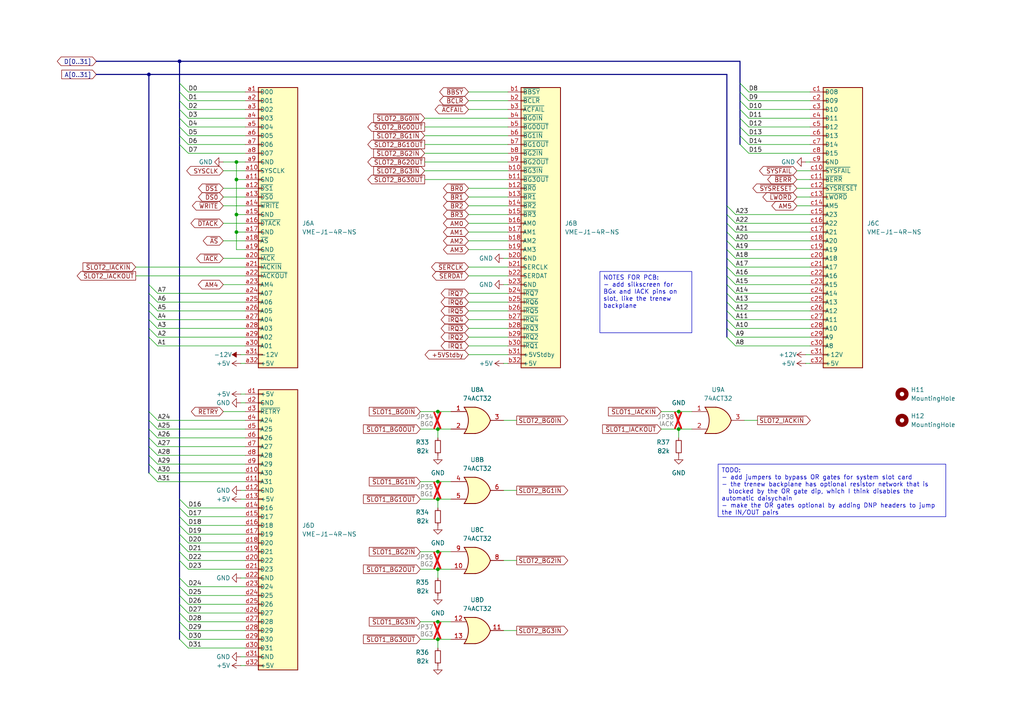
<source format=kicad_sch>
(kicad_sch (version 20231120) (generator "eeschema") (generator_version "8.0")
  (paper "A4")
  (title_block (title "6-Slot Backplane") (rev "1"))
  (lib_symbols
    (symbol "74xx:74LS32" (pin_names (offset 1.016))
      (property "Reference" "U" (at 0 1.27 0))
      (property "Value" "74LS32" (at 0 -1.27 0))
      (symbol "74LS32_1_1"
        (pin input line (at -7.62 2.54 0) (length 4.318) (name "~") (number "1"))
        (pin input line (at -7.62 -2.54 0) (length 4.318) (name "~") (number "2"))
        (pin output line (at 7.62 0 180) (length 3.81) (name "~") (number "3"))
      )
      (symbol "74LS32_1_2"
        (pin input inverted (at -7.62 2.54 0) (length 3.81) (name "~") (number "1"))
        (pin input inverted (at -7.62 -2.54 0) (length 3.81) (name "~") (number "2"))
        (pin output inverted (at 7.62 0 180) (length 3.81) (name "~") (number "3"))
      )
      (symbol "74LS32_2_1"
        (pin input line (at -7.62 2.54 0) (length 4.318) (name "~") (number "4"))
        (pin input line (at -7.62 -2.54 0) (length 4.318) (name "~") (number "5"))
        (pin output line (at 7.62 0 180) (length 3.81) (name "~") (number "6"))
      )
      (symbol "74LS32_2_2"
        (pin input inverted (at -7.62 2.54 0) (length 3.81) (name "~") (number "4"))
        (pin input inverted (at -7.62 -2.54 0) (length 3.81) (name "~") (number "5"))
        (pin output inverted (at 7.62 0 180) (length 3.81) (name "~") (number "6"))
      )
      (symbol "74LS32_3_1"
        (pin input line (at -7.62 -2.54 0) (length 4.318) (name "~") (number "10"))
        (pin output line (at 7.62 0 180) (length 3.81) (name "~") (number "8"))
        (pin input line (at -7.62 2.54 0) (length 4.318) (name "~") (number "9"))
      )
      (symbol "74LS32_3_2"
        (pin input inverted (at -7.62 -2.54 0) (length 3.81) (name "~") (number "10"))
        (pin output inverted (at 7.62 0 180) (length 3.81) (name "~") (number "8"))
        (pin input inverted (at -7.62 2.54 0) (length 3.81) (name "~") (number "9"))
      )
      (symbol "74LS32_4_1"
        (pin output line (at 7.62 0 180) (length 3.81) (name "~") (number "11"))
        (pin input line (at -7.62 2.54 0) (length 4.318) (name "~") (number "12"))
        (pin input line (at -7.62 -2.54 0) (length 4.318) (name "~") (number "13"))
      )
      (symbol "74LS32_4_2"
        (pin output inverted (at 7.62 0 180) (length 3.81) (name "~") (number "11"))
        (pin input inverted (at -7.62 2.54 0) (length 3.81) (name "~") (number "12"))
        (pin input inverted (at -7.62 -2.54 0) (length 3.81) (name "~") (number "13"))
      )
      (symbol "74LS32_5_0"
        (pin power_in line (at 0 12.7 270) (length 5.08) (name "VCC") (number "14"))
        (pin power_in line (at 0 -12.7 90) (length 5.08) (name "GND") (number "7"))
      )
    )
    (symbol "Computie_Connectors:VME64-J1-4R-NS"
      (property "Reference" "U" (at 0 40.64 0))
      (property "Value" "VME-J1-4R-NS" (at 0 40.64 0))
      (symbol "VME64-J1-4R-NS_1_1"
        (pin bidirectional line (at -5.08 38.1 0) (length 3.81) (name "D00") (number "a1"))
        (pin input line (at -5.08 15.24 0) (length 3.81) (name "SYSCLK") (number "a10"))
        (pin power_in line (at -5.08 12.7 0) (length 3.81) (name "GND") (number "a11"))
        (pin bidirectional line (at -5.08 10.16 0) (length 3.81) (name "~{DS1}") (number "a12"))
        (pin bidirectional line (at -5.08 7.62 0) (length 3.81) (name "~{DS0}") (number "a13"))
        (pin bidirectional line (at -5.08 5.08 0) (length 3.81) (name "~{WRITE}") (number "a14"))
        (pin power_in line (at -5.08 2.54 0) (length 3.81) (name "GND") (number "a15"))
        (pin bidirectional line (at -5.08 0 0) (length 3.81) (name "~{DTACK}") (number "a16"))
        (pin power_in line (at -5.08 -2.54 0) (length 3.81) (name "GND") (number "a17"))
        (pin bidirectional line (at -5.08 -5.08 0) (length 3.81) (name "~{AS}") (number "a18"))
        (pin power_in line (at -5.08 -7.62 0) (length 3.81) (name "GND") (number "a19"))
        (pin bidirectional line (at -5.08 35.56 0) (length 3.81) (name "D01") (number "a2"))
        (pin bidirectional line (at -5.08 -10.16 0) (length 3.81) (name "~{IACK}") (number "a20"))
        (pin output line (at -5.08 -12.7 0) (length 3.81) (name "~{IACKIN}") (number "a21"))
        (pin input line (at -5.08 -15.24 0) (length 3.81) (name "~{IACKOUT}") (number "a22"))
        (pin bidirectional line (at -5.08 -17.78 0) (length 3.81) (name "AM4") (number "a23"))
        (pin bidirectional line (at -5.08 -20.32 0) (length 3.81) (name "A07") (number "a24"))
        (pin bidirectional line (at -5.08 -22.86 0) (length 3.81) (name "A06") (number "a25"))
        (pin bidirectional line (at -5.08 -25.4 0) (length 3.81) (name "A05") (number "a26"))
        (pin bidirectional line (at -5.08 -27.94 0) (length 3.81) (name "A04") (number "a27"))
        (pin bidirectional line (at -5.08 -30.48 0) (length 3.81) (name "A03") (number "a28"))
        (pin bidirectional line (at -5.08 -33.02 0) (length 3.81) (name "A02") (number "a29"))
        (pin bidirectional line (at -5.08 33.02 0) (length 3.81) (name "D02") (number "a3"))
        (pin bidirectional line (at -5.08 -35.56 0) (length 3.81) (name "A01") (number "a30"))
        (pin power_in line (at -5.08 -38.1 0) (length 3.81) (name "-12V") (number "a31"))
        (pin power_in line (at -5.08 -40.64 0) (length 3.81) (name "+5V") (number "a32"))
        (pin bidirectional line (at -5.08 30.48 0) (length 3.81) (name "D03") (number "a4"))
        (pin bidirectional line (at -5.08 27.94 0) (length 3.81) (name "D04") (number "a5"))
        (pin bidirectional line (at -5.08 25.4 0) (length 3.81) (name "D05") (number "a6"))
        (pin bidirectional line (at -5.08 22.86 0) (length 3.81) (name "D06") (number "a7"))
        (pin bidirectional line (at -5.08 20.32 0) (length 3.81) (name "D07") (number "a8"))
        (pin power_in line (at -5.08 17.78 0) (length 3.81) (name "GND") (number "a9"))
      )
      (symbol "VME64-J1-4R-NS_2_1"
        (pin bidirectional line (at -5.08 38.1 0) (length 3.81) (name "~{BBSY}") (number "b1"))
        (pin output line (at -5.08 15.24 0) (length 3.81) (name "~{BG3IN}") (number "b10"))
        (pin input line (at -5.08 12.7 0) (length 3.81) (name "~{BG3OUT}") (number "b11"))
        (pin bidirectional line (at -5.08 10.16 0) (length 3.81) (name "~{BR0}") (number "b12"))
        (pin bidirectional line (at -5.08 7.62 0) (length 3.81) (name "~{BR1}") (number "b13"))
        (pin bidirectional line (at -5.08 5.08 0) (length 3.81) (name "~{BR2}") (number "b14"))
        (pin bidirectional line (at -5.08 2.54 0) (length 3.81) (name "~{BR3}") (number "b15"))
        (pin bidirectional line (at -5.08 0 0) (length 3.81) (name "AM0") (number "b16"))
        (pin bidirectional line (at -5.08 -2.54 0) (length 3.81) (name "AM1") (number "b17"))
        (pin bidirectional line (at -5.08 -5.08 0) (length 3.81) (name "AM2") (number "b18"))
        (pin bidirectional line (at -5.08 -7.62 0) (length 3.81) (name "AM3") (number "b19"))
        (pin bidirectional line (at -5.08 35.56 0) (length 3.81) (name "~{BCLR}") (number "b2"))
        (pin power_in line (at -5.08 -10.16 0) (length 3.81) (name "GND") (number "b20"))
        (pin bidirectional line (at -5.08 -12.7 0) (length 3.81) (name "SERCLK") (number "b21"))
        (pin bidirectional line (at -5.08 -15.24 0) (length 3.81) (name "SERDAT") (number "b22"))
        (pin power_in line (at -5.08 -17.78 0) (length 3.81) (name "GND") (number "b23"))
        (pin bidirectional line (at -5.08 -20.32 0) (length 3.81) (name "~{IRQ7}") (number "b24"))
        (pin bidirectional line (at -5.08 -22.86 0) (length 3.81) (name "~{IRQ6}") (number "b25"))
        (pin bidirectional line (at -5.08 -25.4 0) (length 3.81) (name "~{IRQ5}") (number "b26"))
        (pin bidirectional line (at -5.08 -27.94 0) (length 3.81) (name "~{IRQ4}") (number "b27"))
        (pin bidirectional line (at -5.08 -30.48 0) (length 3.81) (name "~{IRQ3}") (number "b28"))
        (pin bidirectional line (at -5.08 -33.02 0) (length 3.81) (name "~{IRQ2}") (number "b29"))
        (pin input line (at -5.08 33.02 0) (length 3.81) (name "~{ACFAIL}") (number "b3"))
        (pin bidirectional line (at -5.08 -35.56 0) (length 3.81) (name "~{IRQ1}") (number "b30"))
        (pin power_in line (at -5.08 -38.1 0) (length 3.81) (name "+5VStdby") (number "b31"))
        (pin power_in line (at -5.08 -40.64 0) (length 3.81) (name "+5V") (number "b32"))
        (pin output line (at -5.08 30.48 0) (length 3.81) (name "~{BG0IN}") (number "b4"))
        (pin input line (at -5.08 27.94 0) (length 3.81) (name "~{BG0OUT}") (number "b5"))
        (pin output line (at -5.08 25.4 0) (length 3.81) (name "~{BG1IN}") (number "b6"))
        (pin input line (at -5.08 22.86 0) (length 3.81) (name "~{BG1OUT}") (number "b7"))
        (pin output line (at -5.08 20.32 0) (length 3.81) (name "~{BG2IN}") (number "b8"))
        (pin input line (at -5.08 17.78 0) (length 3.81) (name "~{BG2OUT}") (number "b9"))
      )
      (symbol "VME64-J1-4R-NS_3_1"
        (pin bidirectional line (at -5.08 38.1 0) (length 3.81) (name "D08") (number "c1"))
        (pin bidirectional line (at -5.08 15.24 0) (length 3.81) (name "~{SYSFAIL}") (number "c10"))
        (pin bidirectional line (at -5.08 12.7 0) (length 3.81) (name "~{BERR}") (number "c11"))
        (pin bidirectional line (at -5.08 10.16 0) (length 3.81) (name "~{SYSRESET}") (number "c12"))
        (pin bidirectional line (at -5.08 7.62 0) (length 3.81) (name "~{LWORD}") (number "c13"))
        (pin bidirectional line (at -5.08 5.08 0) (length 3.81) (name "AM5") (number "c14"))
        (pin bidirectional line (at -5.08 2.54 0) (length 3.81) (name "A23") (number "c15"))
        (pin bidirectional line (at -5.08 0 0) (length 3.81) (name "A22") (number "c16"))
        (pin bidirectional line (at -5.08 -2.54 0) (length 3.81) (name "A21") (number "c17"))
        (pin bidirectional line (at -5.08 -5.08 0) (length 3.81) (name "A20") (number "c18"))
        (pin bidirectional line (at -5.08 -7.62 0) (length 3.81) (name "A19") (number "c19"))
        (pin bidirectional line (at -5.08 35.56 0) (length 3.81) (name "D09") (number "c2"))
        (pin bidirectional line (at -5.08 -10.16 0) (length 3.81) (name "A18") (number "c20"))
        (pin bidirectional line (at -5.08 -12.7 0) (length 3.81) (name "A17") (number "c21"))
        (pin bidirectional line (at -5.08 -15.24 0) (length 3.81) (name "A16") (number "c22"))
        (pin bidirectional line (at -5.08 -17.78 0) (length 3.81) (name "A15") (number "c23"))
        (pin bidirectional line (at -5.08 -20.32 0) (length 3.81) (name "A14") (number "c24"))
        (pin bidirectional line (at -5.08 -22.86 0) (length 3.81) (name "A13") (number "c25"))
        (pin bidirectional line (at -5.08 -25.4 0) (length 3.81) (name "A12") (number "c26"))
        (pin bidirectional line (at -5.08 -27.94 0) (length 3.81) (name "A11") (number "c27"))
        (pin bidirectional line (at -5.08 -30.48 0) (length 3.81) (name "A10") (number "c28"))
        (pin bidirectional line (at -5.08 -33.02 0) (length 3.81) (name "A9") (number "c29"))
        (pin bidirectional line (at -5.08 33.02 0) (length 3.81) (name "D10") (number "c3"))
        (pin bidirectional line (at -5.08 -35.56 0) (length 3.81) (name "A8") (number "c30"))
        (pin power_in line (at -5.08 -38.1 0) (length 3.81) (name "+12V") (number "c31"))
        (pin power_in line (at -5.08 -40.64 0) (length 3.81) (name "+5V") (number "c32"))
        (pin bidirectional line (at -5.08 30.48 0) (length 3.81) (name "D11") (number "c4"))
        (pin bidirectional line (at -5.08 27.94 0) (length 3.81) (name "D12") (number "c5"))
        (pin bidirectional line (at -5.08 25.4 0) (length 3.81) (name "D13") (number "c6"))
        (pin bidirectional line (at -5.08 22.86 0) (length 3.81) (name "D14") (number "c7"))
        (pin bidirectional line (at -5.08 20.32 0) (length 3.81) (name "D15") (number "c8"))
        (pin power_in line (at -5.08 17.78 0) (length 3.81) (name "GND") (number "c9"))
      )
      (symbol "VME64-J1-4R-NS_4_1"
        (pin power_in line (at -5.08 38.1 0) (length 3.81) (name "+5V") (number "d1"))
        (pin bidirectional line (at -5.08 15.24 0) (length 3.81) (name "A30") (number "d10"))
        (pin bidirectional line (at -5.08 12.7 0) (length 3.81) (name "A31") (number "d11"))
        (pin power_in line (at -5.08 10.16 0) (length 3.81) (name "GND") (number "d12"))
        (pin power_in line (at -5.08 7.62 0) (length 3.81) (name "+5V") (number "d13"))
        (pin bidirectional line (at -5.08 5.08 0) (length 3.81) (name "D16") (number "d14"))
        (pin bidirectional line (at -5.08 2.54 0) (length 3.81) (name "D17") (number "d15"))
        (pin bidirectional line (at -5.08 0 0) (length 3.81) (name "D18") (number "d16"))
        (pin bidirectional line (at -5.08 -2.54 0) (length 3.81) (name "D19") (number "d17"))
        (pin bidirectional line (at -5.08 -5.08 0) (length 3.81) (name "D20") (number "d18"))
        (pin bidirectional line (at -5.08 -7.62 0) (length 3.81) (name "D21") (number "d19"))
        (pin power_in line (at -5.08 35.56 0) (length 3.81) (name "GND") (number "d2"))
        (pin bidirectional line (at -5.08 -10.16 0) (length 3.81) (name "D22") (number "d20"))
        (pin bidirectional line (at -5.08 -12.7 0) (length 3.81) (name "D23") (number "d21"))
        (pin power_in line (at -5.08 -15.24 0) (length 3.81) (name "GND") (number "d22"))
        (pin bidirectional line (at -5.08 -17.78 0) (length 3.81) (name "D24") (number "d23"))
        (pin bidirectional line (at -5.08 -20.32 0) (length 3.81) (name "D25") (number "d24"))
        (pin bidirectional line (at -5.08 -22.86 0) (length 3.81) (name "D26") (number "d25"))
        (pin bidirectional line (at -5.08 -25.4 0) (length 3.81) (name "D27") (number "d26"))
        (pin bidirectional line (at -5.08 -27.94 0) (length 3.81) (name "D28") (number "d27"))
        (pin bidirectional line (at -5.08 -30.48 0) (length 3.81) (name "D29") (number "d28"))
        (pin bidirectional line (at -5.08 -33.02 0) (length 3.81) (name "D30") (number "d29"))
        (pin bidirectional line (at -5.08 33.02 0) (length 3.81) (name "~{RETRY}") (number "d3"))
        (pin bidirectional line (at -5.08 -35.56 0) (length 3.81) (name "D31") (number "d30"))
        (pin power_in line (at -5.08 -38.1 0) (length 3.81) (name "GND") (number "d31"))
        (pin power_in line (at -5.08 -40.64 0) (length 3.81) (name "+5V") (number "d32"))
        (pin bidirectional line (at -5.08 30.48 0) (length 3.81) (name "A24") (number "d4"))
        (pin bidirectional line (at -5.08 27.94 0) (length 3.81) (name "A25") (number "d5"))
        (pin bidirectional line (at -5.08 25.4 0) (length 3.81) (name "A26") (number "d6"))
        (pin bidirectional line (at -5.08 22.86 0) (length 3.81) (name "A27") (number "d7"))
        (pin bidirectional line (at -5.08 20.32 0) (length 3.81) (name "A28") (number "d8"))
        (pin bidirectional line (at -5.08 17.78 0) (length 3.81) (name "A29") (number "d9"))
      )
    )
    (symbol "Device:R_Small" (pin_numbers hide) (pin_names (offset 0.254) hide)
      (property "Reference" "R" (at 0.762 0.508 0))
      (property "Value" "R_Small" (at 0.762 -1.016 0))
      (symbol "R_Small_1_1"
        (pin passive line (at 0 2.54 270) (length 0.762) (name "~") (number "1"))
        (pin passive line (at 0 -2.54 90) (length 0.762) (name "~") (number "2"))
      )
    )
    (symbol "Jumper:Jumper_2_Small_Bridged" (pin_numbers hide) (pin_names (offset 0) hide) (exclude_from_sim yes)
      (property "Reference" "JP" (at 0 2.032 0))
      (property "Value" "Jumper_2_Small_Bridged" (at 0 -2.286 0))
      (symbol "Jumper_2_Small_Bridged_1_1"
        (pin passive line (at -2.54 0 0) (length 1.27) (name "A") (number "1"))
        (pin passive line (at 2.54 0 180) (length 1.27) (name "B") (number "2"))
      )
    )
    (symbol "Mechanical:MountingHole" (pin_names (offset 1.016))
      (property "Reference" "H" (at 0 5.08 0))
      (property "Value" "MountingHole" (at 0 3.175 0))
    )
    (symbol "power:+12V" (power) (pin_numbers hide) (pin_names (offset 0) hide)
      (property "Value" "+12V" (at 0 3.556 0))
      (symbol "+12V_1_1"
        (pin power_in line (at 0 0 90) (length 0) (name "~") (number "1"))
      )
    )
    (symbol "power:+5V" (power) (pin_numbers hide) (pin_names (offset 0) hide)
      (property "Value" "+5V" (at 0 3.556 0))
      (symbol "+5V_1_1"
        (pin power_in line (at 0 0 90) (length 0) (name "~") (number "1"))
      )
    )
    (symbol "power:-12V" (power) (pin_numbers hide) (pin_names (offset 0) hide)
      (property "Value" "-12V" (at 0 3.556 0))
      (symbol "-12V_0_0"
        (pin power_in line (at 0 0 90) (length 0) (name "~") (number "1"))
      )
    )
    (symbol "power:GND" (power) (pin_names (offset 0))
      (property "Value" "GND" (at 0 -3.81 0))
      (symbol "GND_1_1"
        (pin power_in line (at 0 0 270) (length 0) hide (name "GND") (number "1"))
      )
    )
  )
  (junction (at 127 124.46))
  (junction (at 68.58 62.23))
  (junction (at 196.85 119.38))
  (junction (at 127 139.7))
  (junction (at 127 119.38))
  (junction (at 43.18 21.59))
  (junction (at 68.58 46.99))
  (junction (at 127 180.34))
  (junction (at 127 144.78))
  (junction (at 68.58 52.07))
  (junction (at 127 185.42))
  (junction (at 68.58 67.31))
  (junction (at 196.85 124.46))
  (junction (at 127 165.1))
  (junction (at 127 160.02))
  (junction (at 52.07 17.78))
  (bus_entry (at 54.61 185.42) (size -2.54 -2.54))
  (bus_entry (at 54.61 36.83) (size -2.54 -2.54))
  (bus_entry (at 54.61 187.96) (size -2.54 -2.54))
  (bus_entry (at 213.36 95.25) (size -2.54 -2.54))
  (bus_entry (at 54.61 157.48) (size -2.54 -2.54))
  (bus_entry (at 54.61 149.86) (size -2.54 -2.54))
  (bus_entry (at 45.72 139.7) (size -2.54 -2.54))
  (bus_entry (at 45.72 132.08) (size -2.54 -2.54))
  (bus_entry (at 213.36 90.17) (size -2.54 -2.54))
  (bus_entry (at 213.36 72.39) (size -2.54 -2.54))
  (bus_entry (at 213.36 92.71) (size -2.54 -2.54))
  (bus_entry (at 45.72 137.16) (size -2.54 -2.54))
  (bus_entry (at 45.72 100.33) (size -2.54 -2.54))
  (bus_entry (at 217.17 29.21) (size -2.54 -2.54))
  (bus_entry (at 54.61 180.34) (size -2.54 -2.54))
  (bus_entry (at 54.61 147.32) (size -2.54 -2.54))
  (bus_entry (at 45.72 85.09) (size -2.54 -2.54))
  (bus_entry (at 213.36 69.85) (size -2.54 -2.54))
  (bus_entry (at 213.36 80.01) (size -2.54 -2.54))
  (bus_entry (at 213.36 74.93) (size -2.54 -2.54))
  (bus_entry (at 54.61 172.72) (size -2.54 -2.54))
  (bus_entry (at 54.61 26.67) (size -2.54 -2.54))
  (bus_entry (at 213.36 62.23) (size -2.54 -2.54))
  (bus_entry (at 54.61 41.91) (size -2.54 -2.54))
  (bus_entry (at 45.72 87.63) (size -2.54 -2.54))
  (bus_entry (at 54.61 39.37) (size -2.54 -2.54))
  (bus_entry (at 217.17 39.37) (size -2.54 -2.54))
  (bus_entry (at 45.72 97.79) (size -2.54 -2.54))
  (bus_entry (at 217.17 44.45) (size -2.54 -2.54))
  (bus_entry (at 45.72 134.62) (size -2.54 -2.54))
  (bus_entry (at 54.61 31.75) (size -2.54 -2.54))
  (bus_entry (at 213.36 82.55) (size -2.54 -2.54))
  (bus_entry (at 45.72 95.25) (size -2.54 -2.54))
  (bus_entry (at 45.72 92.71) (size -2.54 -2.54))
  (bus_entry (at 213.36 100.33) (size -2.54 -2.54))
  (bus_entry (at 217.17 31.75) (size -2.54 -2.54))
  (bus_entry (at 54.61 160.02) (size -2.54 -2.54))
  (bus_entry (at 54.61 165.1) (size -2.54 -2.54))
  (bus_entry (at 54.61 44.45) (size -2.54 -2.54))
  (bus_entry (at 54.61 154.94) (size -2.54 -2.54))
  (bus_entry (at 54.61 182.88) (size -2.54 -2.54))
  (bus_entry (at 54.61 175.26) (size -2.54 -2.54))
  (bus_entry (at 213.36 87.63) (size -2.54 -2.54))
  (bus_entry (at 217.17 36.83) (size -2.54 -2.54))
  (bus_entry (at 213.36 67.31) (size -2.54 -2.54))
  (bus_entry (at 54.61 177.8) (size -2.54 -2.54))
  (bus_entry (at 213.36 77.47) (size -2.54 -2.54))
  (bus_entry (at 54.61 34.29) (size -2.54 -2.54))
  (bus_entry (at 217.17 26.67) (size -2.54 -2.54))
  (bus_entry (at 45.72 127) (size -2.54 -2.54))
  (bus_entry (at 217.17 34.29) (size -2.54 -2.54))
  (bus_entry (at 45.72 129.54) (size -2.54 -2.54))
  (bus_entry (at 54.61 152.4) (size -2.54 -2.54))
  (bus_entry (at 217.17 41.91) (size -2.54 -2.54))
  (bus_entry (at 54.61 170.18) (size -2.54 -2.54))
  (bus_entry (at 54.61 29.21) (size -2.54 -2.54))
  (bus_entry (at 213.36 64.77) (size -2.54 -2.54))
  (bus_entry (at 213.36 85.09) (size -2.54 -2.54))
  (bus_entry (at 54.61 162.56) (size -2.54 -2.54))
  (bus_entry (at 45.72 90.17) (size -2.54 -2.54))
  (bus_entry (at 45.72 124.46) (size -2.54 -2.54))
  (bus_entry (at 213.36 97.79) (size -2.54 -2.54))
  (bus_entry (at 45.72 121.92) (size -2.54 -2.54))
  (wire (pts (xy 64.77 54.61) (xy 71.12 54.61)))
  (wire (pts (xy 123.19 34.29) (xy 147.32 34.29)))
  (bus (pts (xy 210.82 82.55) (xy 210.82 85.09)))
  (bus (pts (xy 43.18 92.71) (xy 43.18 90.17)))
  (bus (pts (xy 52.07 34.29) (xy 52.07 36.83)))
  (wire (pts (xy 127 185.42) (xy 127 187.96)))
  (wire (pts (xy 217.17 26.67) (xy 234.95 26.67)))
  (wire (pts (xy 231.14 54.61) (xy 234.95 54.61)))
  (wire (pts (xy 54.61 160.02) (xy 71.12 160.02)))
  (bus (pts (xy 210.82 59.69) (xy 210.82 62.23)))
  (wire (pts (xy 213.36 69.85) (xy 234.95 69.85)))
  (bus (pts (xy 52.07 175.26) (xy 52.07 177.8)))
  (wire (pts (xy 213.36 87.63) (xy 234.95 87.63)))
  (wire (pts (xy 135.89 69.85) (xy 147.32 69.85)))
  (bus (pts (xy 52.07 172.72) (xy 52.07 175.26)))
  (bus (pts (xy 210.82 64.77) (xy 210.82 67.31)))
  (wire (pts (xy 71.12 67.31) (xy 68.58 67.31)))
  (bus (pts (xy 214.63 34.29) (xy 214.63 36.83)))
  (wire (pts (xy 121.92 180.34) (xy 127 180.34)))
  (wire (pts (xy 45.72 139.7) (xy 71.12 139.7)))
  (bus (pts (xy 52.07 31.75) (xy 52.07 34.29)))
  (wire (pts (xy 54.61 187.96) (xy 71.12 187.96)))
  (wire (pts (xy 64.77 119.38) (xy 71.12 119.38)))
  (wire (pts (xy 213.36 77.47) (xy 234.95 77.47)))
  (bus (pts (xy 52.07 149.86) (xy 52.07 152.4)))
  (wire (pts (xy 69.85 102.87) (xy 71.12 102.87)))
  (wire (pts (xy 54.61 39.37) (xy 71.12 39.37)))
  (wire (pts (xy 123.19 46.99) (xy 147.32 46.99)))
  (wire (pts (xy 127 139.7) (xy 130.81 139.7)))
  (wire (pts (xy 64.77 69.85) (xy 71.12 69.85)))
  (wire (pts (xy 146.05 162.56) (xy 149.86 162.56)))
  (wire (pts (xy 135.89 90.17) (xy 147.32 90.17)))
  (wire (pts (xy 54.61 182.88) (xy 71.12 182.88)))
  (wire (pts (xy 64.77 57.15) (xy 71.12 57.15)))
  (wire (pts (xy 45.72 124.46) (xy 71.12 124.46)))
  (bus (pts (xy 210.82 95.25) (xy 210.82 97.79)))
  (wire (pts (xy 69.85 193.04) (xy 71.12 193.04)))
  (wire (pts (xy 45.72 137.16) (xy 71.12 137.16)))
  (wire (pts (xy 146.05 82.55) (xy 147.32 82.55)))
  (wire (pts (xy 45.72 129.54) (xy 71.12 129.54)))
  (wire (pts (xy 135.89 31.75) (xy 147.32 31.75)))
  (bus (pts (xy 214.63 39.37) (xy 214.63 41.91)))
  (wire (pts (xy 135.89 26.67) (xy 147.32 26.67)))
  (wire (pts (xy 217.17 34.29) (xy 234.95 34.29)))
  (bus (pts (xy 214.63 29.21) (xy 214.63 31.75)))
  (wire (pts (xy 213.36 100.33) (xy 234.95 100.33)))
  (wire (pts (xy 231.14 52.07) (xy 234.95 52.07)))
  (bus (pts (xy 43.18 85.09) (xy 43.18 87.63)))
  (bus (pts (xy 214.63 17.78) (xy 214.63 24.13)))
  (wire (pts (xy 45.72 97.79) (xy 71.12 97.79)))
  (bus (pts (xy 52.07 170.18) (xy 52.07 172.72)))
  (bus (pts (xy 52.07 36.83) (xy 52.07 39.37)))
  (wire (pts (xy 64.77 82.55) (xy 71.12 82.55)))
  (wire (pts (xy 127 144.78) (xy 127 147.32)))
  (wire (pts (xy 71.12 190.5) (xy 69.85 190.5)))
  (wire (pts (xy 127 180.34) (xy 130.81 180.34)))
  (bus (pts (xy 43.18 95.25) (xy 43.18 92.71)))
  (wire (pts (xy 231.14 49.53) (xy 234.95 49.53)))
  (bus (pts (xy 52.07 147.32) (xy 52.07 149.86)))
  (wire (pts (xy 39.37 77.47) (xy 71.12 77.47)))
  (bus (pts (xy 52.07 39.37) (xy 52.07 41.91)))
  (wire (pts (xy 215.9 121.92) (xy 219.71 121.92)))
  (bus (pts (xy 210.82 21.59) (xy 210.82 59.69)))
  (wire (pts (xy 45.72 95.25) (xy 71.12 95.25)))
  (wire (pts (xy 71.12 116.84) (xy 69.85 116.84)))
  (wire (pts (xy 69.85 114.3) (xy 71.12 114.3)))
  (bus (pts (xy 210.82 62.23) (xy 210.82 64.77)))
  (wire (pts (xy 217.17 39.37) (xy 234.95 39.37)))
  (bus (pts (xy 214.63 24.13) (xy 214.63 26.67)))
  (bus (pts (xy 214.63 31.75) (xy 214.63 34.29)))
  (wire (pts (xy 68.58 46.99) (xy 68.58 52.07)))
  (wire (pts (xy 69.85 142.24) (xy 71.12 142.24)))
  (bus (pts (xy 52.07 180.34) (xy 52.07 182.88)))
  (bus (pts (xy 52.07 177.8) (xy 52.07 180.34)))
  (wire (pts (xy 233.68 105.41) (xy 234.95 105.41)))
  (bus (pts (xy 52.07 182.88) (xy 52.07 185.42)))
  (wire (pts (xy 146.05 182.88) (xy 149.86 182.88)))
  (wire (pts (xy 135.89 97.79) (xy 147.32 97.79)))
  (wire (pts (xy 68.58 52.07) (xy 68.58 62.23)))
  (wire (pts (xy 135.89 57.15) (xy 147.32 57.15)))
  (wire (pts (xy 135.89 54.61) (xy 147.32 54.61)))
  (wire (pts (xy 69.85 167.64) (xy 71.12 167.64)))
  (wire (pts (xy 213.36 74.93) (xy 234.95 74.93)))
  (wire (pts (xy 54.61 147.32) (xy 71.12 147.32)))
  (wire (pts (xy 121.92 160.02) (xy 127 160.02)))
  (wire (pts (xy 54.61 31.75) (xy 71.12 31.75)))
  (bus (pts (xy 43.18 134.62) (xy 43.18 137.16)))
  (wire (pts (xy 54.61 44.45) (xy 71.12 44.45)))
  (wire (pts (xy 71.12 52.07) (xy 68.58 52.07)))
  (wire (pts (xy 54.61 172.72) (xy 71.12 172.72)))
  (wire (pts (xy 135.89 102.87) (xy 147.32 102.87)))
  (wire (pts (xy 135.89 95.25) (xy 147.32 95.25)))
  (wire (pts (xy 121.92 165.1) (xy 127 165.1)))
  (wire (pts (xy 217.17 29.21) (xy 234.95 29.21)))
  (bus (pts (xy 52.07 144.78) (xy 52.07 147.32)))
  (wire (pts (xy 217.17 31.75) (xy 234.95 31.75)))
  (bus (pts (xy 52.07 162.56) (xy 52.07 167.64)))
  (bus (pts (xy 27.94 21.59) (xy 43.18 21.59)))
  (wire (pts (xy 45.72 132.08) (xy 71.12 132.08)))
  (bus (pts (xy 210.82 67.31) (xy 210.82 69.85)))
  (wire (pts (xy 45.72 87.63) (xy 71.12 87.63)))
  (wire (pts (xy 213.36 72.39) (xy 234.95 72.39)))
  (wire (pts (xy 127 124.46) (xy 130.81 124.46)))
  (wire (pts (xy 64.77 59.69) (xy 71.12 59.69)))
  (bus (pts (xy 210.82 92.71) (xy 210.82 95.25)))
  (wire (pts (xy 123.19 39.37) (xy 147.32 39.37)))
  (wire (pts (xy 127 160.02) (xy 130.81 160.02)))
  (wire (pts (xy 123.19 41.91) (xy 147.32 41.91)))
  (wire (pts (xy 146.05 105.41) (xy 147.32 105.41)))
  (wire (pts (xy 45.72 121.92) (xy 71.12 121.92)))
  (wire (pts (xy 45.72 100.33) (xy 71.12 100.33)))
  (wire (pts (xy 213.36 85.09) (xy 234.95 85.09)))
  (bus (pts (xy 43.18 82.55) (xy 43.18 85.09)))
  (wire (pts (xy 45.72 85.09) (xy 71.12 85.09)))
  (wire (pts (xy 191.77 124.46) (xy 196.85 124.46)))
  (wire (pts (xy 213.36 62.23) (xy 234.95 62.23)))
  (bus (pts (xy 43.18 127) (xy 43.18 129.54)))
  (bus (pts (xy 214.63 36.83) (xy 214.63 39.37)))
  (wire (pts (xy 54.61 154.94) (xy 71.12 154.94)))
  (wire (pts (xy 231.14 59.69) (xy 234.95 59.69)))
  (wire (pts (xy 54.61 152.4) (xy 71.12 152.4)))
  (bus (pts (xy 43.18 97.79) (xy 43.18 119.38)))
  (wire (pts (xy 121.92 139.7) (xy 127 139.7)))
  (wire (pts (xy 135.89 72.39) (xy 147.32 72.39)))
  (bus (pts (xy 210.82 90.17) (xy 210.82 92.71)))
  (bus (pts (xy 52.07 17.78) (xy 214.63 17.78)))
  (bus (pts (xy 43.18 90.17) (xy 43.18 87.63)))
  (wire (pts (xy 196.85 124.46) (xy 200.66 124.46)))
  (bus (pts (xy 52.07 160.02) (xy 52.07 162.56)))
  (wire (pts (xy 127 165.1) (xy 127 167.64)))
  (bus (pts (xy 43.18 97.79) (xy 43.18 95.25)))
  (wire (pts (xy 54.61 34.29) (xy 71.12 34.29)))
  (bus (pts (xy 43.18 21.59) (xy 210.82 21.59)))
  (wire (pts (xy 64.77 46.99) (xy 68.58 46.99)))
  (wire (pts (xy 45.72 127) (xy 71.12 127)))
  (wire (pts (xy 64.77 49.53) (xy 71.12 49.53)))
  (wire (pts (xy 54.61 162.56) (xy 71.12 162.56)))
  (wire (pts (xy 213.36 64.77) (xy 234.95 64.77)))
  (bus (pts (xy 43.18 121.92) (xy 43.18 124.46)))
  (bus (pts (xy 52.07 29.21) (xy 52.07 31.75)))
  (wire (pts (xy 123.19 44.45) (xy 147.32 44.45)))
  (bus (pts (xy 210.82 72.39) (xy 210.82 74.93)))
  (wire (pts (xy 54.61 177.8) (xy 71.12 177.8)))
  (bus (pts (xy 27.94 17.78) (xy 52.07 17.78)))
  (wire (pts (xy 135.89 29.21) (xy 147.32 29.21)))
  (wire (pts (xy 213.36 92.71) (xy 234.95 92.71)))
  (wire (pts (xy 123.19 49.53) (xy 147.32 49.53)))
  (bus (pts (xy 210.82 69.85) (xy 210.82 72.39)))
  (wire (pts (xy 54.61 165.1) (xy 71.12 165.1)))
  (wire (pts (xy 213.36 97.79) (xy 234.95 97.79)))
  (wire (pts (xy 127 124.46) (xy 127 127)))
  (bus (pts (xy 210.82 74.93) (xy 210.82 77.47)))
  (wire (pts (xy 217.17 44.45) (xy 234.95 44.45)))
  (wire (pts (xy 54.61 175.26) (xy 71.12 175.26)))
  (wire (pts (xy 68.58 62.23) (xy 71.12 62.23)))
  (bus (pts (xy 210.82 80.01) (xy 210.82 82.55)))
  (wire (pts (xy 146.05 121.92) (xy 149.86 121.92)))
  (wire (pts (xy 213.36 67.31) (xy 234.95 67.31)))
  (wire (pts (xy 54.61 170.18) (xy 71.12 170.18)))
  (wire (pts (xy 135.89 67.31) (xy 147.32 67.31)))
  (bus (pts (xy 214.63 26.67) (xy 214.63 29.21)))
  (wire (pts (xy 54.61 180.34) (xy 71.12 180.34)))
  (wire (pts (xy 54.61 36.83) (xy 71.12 36.83)))
  (wire (pts (xy 64.77 64.77) (xy 71.12 64.77)))
  (wire (pts (xy 123.19 36.83) (xy 147.32 36.83)))
  (wire (pts (xy 123.19 52.07) (xy 147.32 52.07)))
  (wire (pts (xy 54.61 149.86) (xy 71.12 149.86)))
  (bus (pts (xy 43.18 21.59) (xy 43.18 82.55)))
  (wire (pts (xy 196.85 119.38) (xy 200.66 119.38)))
  (wire (pts (xy 135.89 100.33) (xy 147.32 100.33)))
  (wire (pts (xy 121.92 124.46) (xy 127 124.46)))
  (wire (pts (xy 121.92 144.78) (xy 127 144.78)))
  (wire (pts (xy 54.61 185.42) (xy 71.12 185.42)))
  (wire (pts (xy 217.17 36.83) (xy 234.95 36.83)))
  (wire (pts (xy 127 165.1) (xy 130.81 165.1)))
  (wire (pts (xy 135.89 87.63) (xy 147.32 87.63)))
  (bus (pts (xy 210.82 85.09) (xy 210.82 87.63)))
  (wire (pts (xy 127 185.42) (xy 130.81 185.42)))
  (bus (pts (xy 52.07 26.67) (xy 52.07 29.21)))
  (wire (pts (xy 127 144.78) (xy 130.81 144.78)))
  (wire (pts (xy 234.95 46.99) (xy 233.68 46.99)))
  (wire (pts (xy 233.68 102.87) (xy 234.95 102.87)))
  (wire (pts (xy 39.37 80.01) (xy 71.12 80.01)))
  (wire (pts (xy 54.61 41.91) (xy 71.12 41.91)))
  (wire (pts (xy 196.85 124.46) (xy 196.85 127)))
  (wire (pts (xy 54.61 29.21) (xy 71.12 29.21)))
  (wire (pts (xy 45.72 90.17) (xy 71.12 90.17)))
  (wire (pts (xy 121.92 119.38) (xy 127 119.38)))
  (bus (pts (xy 52.07 24.13) (xy 52.07 26.67)))
  (wire (pts (xy 135.89 77.47) (xy 147.32 77.47)))
  (bus (pts (xy 52.07 154.94) (xy 52.07 157.48)))
  (wire (pts (xy 121.92 185.42) (xy 127 185.42)))
  (wire (pts (xy 45.72 92.71) (xy 71.12 92.71)))
  (wire (pts (xy 213.36 95.25) (xy 234.95 95.25)))
  (wire (pts (xy 135.89 85.09) (xy 147.32 85.09)))
  (wire (pts (xy 191.77 119.38) (xy 196.85 119.38)))
  (wire (pts (xy 54.61 157.48) (xy 71.12 157.48)))
  (bus (pts (xy 210.82 77.47) (xy 210.82 80.01)))
  (wire (pts (xy 135.89 64.77) (xy 147.32 64.77)))
  (wire (pts (xy 69.85 105.41) (xy 71.12 105.41)))
  (wire (pts (xy 71.12 46.99) (xy 68.58 46.99)))
  (wire (pts (xy 54.61 26.67) (xy 71.12 26.67)))
  (wire (pts (xy 68.58 72.39) (xy 71.12 72.39)))
  (bus (pts (xy 52.07 157.48) (xy 52.07 160.02)))
  (wire (pts (xy 135.89 80.01) (xy 147.32 80.01)))
  (wire (pts (xy 45.72 134.62) (xy 71.12 134.62)))
  (wire (pts (xy 213.36 82.55) (xy 234.95 82.55)))
  (bus (pts (xy 43.18 124.46) (xy 43.18 127)))
  (wire (pts (xy 146.05 142.24) (xy 149.86 142.24)))
  (bus (pts (xy 43.18 119.38) (xy 43.18 121.92)))
  (wire (pts (xy 68.58 67.31) (xy 68.58 72.39)))
  (wire (pts (xy 135.89 59.69) (xy 147.32 59.69)))
  (wire (pts (xy 68.58 62.23) (xy 68.58 67.31)))
  (wire (pts (xy 135.89 62.23) (xy 147.32 62.23)))
  (wire (pts (xy 213.36 90.17) (xy 234.95 90.17)))
  (bus (pts (xy 52.07 167.64) (xy 52.07 170.18)))
  (bus (pts (xy 43.18 132.08) (xy 43.18 134.62)))
  (wire (pts (xy 127 119.38) (xy 130.81 119.38)))
  (wire (pts (xy 135.89 92.71) (xy 147.32 92.71)))
  (bus (pts (xy 43.18 129.54) (xy 43.18 132.08)))
  (bus (pts (xy 210.82 87.63) (xy 210.82 90.17)))
  (bus (pts (xy 52.07 152.4) (xy 52.07 154.94)))
  (wire (pts (xy 64.77 74.93) (xy 71.12 74.93)))
  (wire (pts (xy 217.17 41.91) (xy 234.95 41.91)))
  (wire (pts (xy 69.85 144.78) (xy 71.12 144.78)))
  (bus (pts (xy 52.07 17.78) (xy 52.07 24.13)))
  (wire (pts (xy 213.36 80.01) (xy 234.95 80.01)))
  (wire (pts (xy 146.05 74.93) (xy 147.32 74.93)))
  (wire (pts (xy 231.14 57.15) (xy 234.95 57.15)))
  (bus (pts (xy 52.07 41.91) (xy 52.07 144.78)))
  (text_box "NOTES FOR PCB:\n- add silkscreen for BGx and IACK pins on slot, like the trenew backplane" (at 173.99 78.74 0) (size 26.67 17.78) (effects (font (size 1.27 1.27)) (justify left top)))
  (text_box "TODO:\n- add jumpers to bypass OR gates for system slot card\n- the trenew backplane has optional resistor network that is\n  blocked by the OR gate dip, which I think disables the automatic daisychain\n- make the OR gates optional by adding DNP headers to jump the IN/OUT pairs" (at 208.28 134.62 0) (size 66.04 15.24) (effects (font (size 1.27 1.27)) (justify left top)))
  (label "A26" (at 45.72 127 0))
  (label "A4" (at 45.72 92.71 0))
  (label "A22" (at 213.36 64.77 0))
  (label "A9" (at 213.36 97.79 0))
  (label "D4" (at 54.61 36.83 0))
  (label "D11" (at 217.17 34.29 0))
  (label "A20" (at 213.36 69.85 0))
  (label "A31" (at 45.72 139.7 0))
  (label "A27" (at 45.72 129.54 0))
  (label "D29" (at 54.61 182.88 0))
  (label "D17" (at 54.61 149.86 0))
  (label "D28" (at 54.61 180.34 0))
  (label "D26" (at 54.61 175.26 0))
  (label "A11" (at 213.36 92.71 0))
  (label "A14" (at 213.36 85.09 0))
  (label "A16" (at 213.36 80.01 0))
  (label "D27" (at 54.61 177.8 0))
  (label "A29" (at 45.72 134.62 0))
  (label "D14" (at 217.17 41.91 0))
  (label "A12" (at 213.36 90.17 0))
  (label "A6" (at 45.72 87.63 0))
  (label "D15" (at 217.17 44.45 0))
  (label "D23" (at 54.61 165.1 0))
  (label "A23" (at 213.36 62.23 0))
  (label "D12" (at 217.17 36.83 0))
  (label "A28" (at 45.72 132.08 0))
  (label "A18" (at 213.36 74.93 0))
  (label "D2" (at 54.61 31.75 0))
  (label "D1" (at 54.61 29.21 0))
  (label "D10" (at 217.17 31.75 0))
  (label "D19" (at 54.61 154.94 0))
  (label "D30" (at 54.61 185.42 0))
  (label "D3" (at 54.61 34.29 0))
  (label "D18" (at 54.61 152.4 0))
  (label "D25" (at 54.61 172.72 0))
  (label "A13" (at 213.36 87.63 0))
  (label "D22" (at 54.61 162.56 0))
  (label "D7" (at 54.61 44.45 0))
  (label "D31" (at 54.61 187.96 0))
  (label "A3" (at 45.72 95.25 0))
  (label "A19" (at 213.36 72.39 0))
  (label "A15" (at 213.36 82.55 0))
  (label "D20" (at 54.61 157.48 0))
  (label "A17" (at 213.36 77.47 0))
  (label "A2" (at 45.72 97.79 0))
  (label "D0" (at 54.61 26.67 0))
  (label "A21" (at 213.36 67.31 0))
  (label "A24" (at 45.72 121.92 0))
  (label "D16" (at 54.61 147.32 0))
  (label "D5" (at 54.61 39.37 0))
  (label "A8" (at 213.36 100.33 0))
  (label "A30" (at 45.72 137.16 0))
  (label "D13" (at 217.17 39.37 0))
  (label "D9" (at 217.17 29.21 0))
  (label "D24" (at 54.61 170.18 0))
  (label "D8" (at 217.17 26.67 0))
  (label "D6" (at 54.61 41.91 0))
  (label "A25" (at 45.72 124.46 0))
  (label "A5" (at 45.72 90.17 0))
  (label "A10" (at 213.36 95.25 0))
  (label "A7" (at 45.72 85.09 0))
  (label "A1" (at 45.72 100.33 0))
  (label "D21" (at 54.61 160.02 0))
  (global_label "+5VStdby" (shape bidirectional) (at 135.89 102.87 180) (property "Intersheetrefs" "${INTERSHEET_REFS}" (effects (hide yes))))
  (global_label "SYSCLK" (shape bidirectional) (at 64.77 49.53 180) (property "Intersheetrefs" "${INTERSHEET_REFS}" (effects (hide yes))))
  (global_label "AM1" (shape bidirectional) (at 135.89 67.31 180) (property "Intersheetrefs" "${INTERSHEET_REFS}" (effects (hide yes))))
  (global_label "~{DS0}" (shape bidirectional) (at 64.77 57.15 180) (property "Intersheetrefs" "${INTERSHEET_REFS}" (effects (hide yes))))
  (global_label "AM0" (shape bidirectional) (at 135.89 64.77 180) (property "Intersheetrefs" "${INTERSHEET_REFS}" (effects (hide yes))))
  (global_label "~{WRITE}" (shape bidirectional) (at 64.77 59.69 180) (property "Intersheetrefs" "${INTERSHEET_REFS}" (effects (hide yes))))
  (global_label "~{SLOT2_IACKIN}" (shape input) (at 39.37 77.47 180) (property "Intersheetrefs" "${INTERSHEET_REFS}" (effects (hide yes))))
  (global_label "~{BCLR}" (shape bidirectional) (at 135.89 29.21 180) (property "Intersheetrefs" "${INTERSHEET_REFS}" (effects (hide yes))))
  (global_label "~{IRQ1}" (shape bidirectional) (at 135.89 100.33 180) (property "Intersheetrefs" "${INTERSHEET_REFS}" (effects (hide yes))))
  (global_label "~{ACFAIL}" (shape bidirectional) (at 135.89 31.75 180) (property "Intersheetrefs" "${INTERSHEET_REFS}" (effects (hide yes))))
  (global_label "~{LWORD}" (shape bidirectional) (at 231.14 57.15 180) (property "Intersheetrefs" "${INTERSHEET_REFS}" (effects (hide yes))))
  (global_label "~{SLOT2_BG0IN}" (shape input) (at 123.19 34.29 180) (property "Intersheetrefs" "${INTERSHEET_REFS}" (effects (hide yes))))
  (global_label "~{SERCLK}" (shape bidirectional) (at 135.89 77.47 180) (property "Intersheetrefs" "${INTERSHEET_REFS}" (effects (hide yes))))
  (global_label "~{SLOT2_IACKIN}" (shape output) (at 219.71 121.92 0) (property "Intersheetrefs" "${INTERSHEET_REFS}" (effects (hide yes))))
  (global_label "~{SLOT2_BG1IN}" (shape output) (at 149.86 142.24 0) (property "Intersheetrefs" "${INTERSHEET_REFS}" (effects (hide yes))))
  (global_label "~{SERDAT}" (shape bidirectional) (at 135.89 80.01 180) (property "Intersheetrefs" "${INTERSHEET_REFS}" (effects (hide yes))))
  (global_label "AM5" (shape bidirectional) (at 231.14 59.69 180) (property "Intersheetrefs" "${INTERSHEET_REFS}" (effects (hide yes))))
  (global_label "~{SLOT2_BG1OUT}" (shape output) (at 123.19 41.91 180) (property "Intersheetrefs" "${INTERSHEET_REFS}" (effects (hide yes))))
  (global_label "A[0..31]" (shape input) (at 27.94 21.59 180) (property "Intersheetrefs" "${INTERSHEET_REFS}" (effects (hide yes))))
  (global_label "~{SLOT2_BG2IN}" (shape output) (at 149.86 162.56 0) (property "Intersheetrefs" "${INTERSHEET_REFS}" (effects (hide yes))))
  (global_label "~{SLOT2_BG0OUT}" (shape output) (at 123.19 36.83 180) (property "Intersheetrefs" "${INTERSHEET_REFS}" (effects (hide yes))))
  (global_label "~{SLOT1_BG0IN}" (shape input) (at 121.92 119.38 180) (property "Intersheetrefs" "${INTERSHEET_REFS}" (effects (hide yes))))
  (global_label "~{SLOT1_BG3OUT}" (shape input) (at 121.92 185.42 180) (property "Intersheetrefs" "${INTERSHEET_REFS}" (effects (hide yes))))
  (global_label "AM3" (shape bidirectional) (at 135.89 72.39 180) (property "Intersheetrefs" "${INTERSHEET_REFS}" (effects (hide yes))))
  (global_label "~{SYSRESET}" (shape bidirectional) (at 231.14 54.61 180) (property "Intersheetrefs" "${INTERSHEET_REFS}" (effects (hide yes))))
  (global_label "~{SLOT1_BG3IN}" (shape input) (at 121.92 180.34 180) (property "Intersheetrefs" "${INTERSHEET_REFS}" (effects (hide yes))))
  (global_label "~{IACK}" (shape bidirectional) (at 64.77 74.93 180) (property "Intersheetrefs" "${INTERSHEET_REFS}" (effects (hide yes))))
  (global_label "~{SLOT2_BG2OUT}" (shape output) (at 123.19 46.99 180) (property "Intersheetrefs" "${INTERSHEET_REFS}" (effects (hide yes))))
  (global_label "~{DTACK}" (shape bidirectional) (at 64.77 64.77 180) (property "Intersheetrefs" "${INTERSHEET_REFS}" (effects (hide yes))))
  (global_label "~{SLOT1_BG2IN}" (shape input) (at 121.92 160.02 180) (property "Intersheetrefs" "${INTERSHEET_REFS}" (effects (hide yes))))
  (global_label "~{BR1}" (shape bidirectional) (at 135.89 57.15 180) (property "Intersheetrefs" "${INTERSHEET_REFS}" (effects (hide yes))))
  (global_label "~{SLOT2_BG1IN}" (shape input) (at 123.19 39.37 180) (property "Intersheetrefs" "${INTERSHEET_REFS}" (effects (hide yes))))
  (global_label "~{BR3}" (shape bidirectional) (at 135.89 62.23 180) (property "Intersheetrefs" "${INTERSHEET_REFS}" (effects (hide yes))))
  (global_label "~{SLOT1_BG1OUT}" (shape input) (at 121.92 144.78 180) (property "Intersheetrefs" "${INTERSHEET_REFS}" (effects (hide yes))))
  (global_label "~{SLOT1_IACKIN}" (shape input) (at 191.77 119.38 180) (property "Intersheetrefs" "${INTERSHEET_REFS}" (effects (hide yes))))
  (global_label "~{IRQ7}" (shape bidirectional) (at 135.89 85.09 180) (property "Intersheetrefs" "${INTERSHEET_REFS}" (effects (hide yes))))
  (global_label "~{SLOT2_BG3OUT}" (shape output) (at 123.19 52.07 180) (property "Intersheetrefs" "${INTERSHEET_REFS}" (effects (hide yes))))
  (global_label "~{SLOT2_IACKOUT}" (shape output) (at 39.37 80.01 180) (property "Intersheetrefs" "${INTERSHEET_REFS}" (effects (hide yes))))
  (global_label "~{IRQ4}" (shape bidirectional) (at 135.89 92.71 180) (property "Intersheetrefs" "${INTERSHEET_REFS}" (effects (hide yes))))
  (global_label "~{IRQ5}" (shape bidirectional) (at 135.89 90.17 180) (property "Intersheetrefs" "${INTERSHEET_REFS}" (effects (hide yes))))
  (global_label "~{SLOT2_BG2IN}" (shape input) (at 123.19 44.45 180) (property "Intersheetrefs" "${INTERSHEET_REFS}" (effects (hide yes))))
  (global_label "~{SLOT1_BG0OUT}" (shape input) (at 121.92 124.46 180) (property "Intersheetrefs" "${INTERSHEET_REFS}" (effects (hide yes))))
  (global_label "~{DS1}" (shape bidirectional) (at 64.77 54.61 180) (property "Intersheetrefs" "${INTERSHEET_REFS}" (effects (hide yes))))
  (global_label "~{SLOT1_IACKOUT}" (shape input) (at 191.77 124.46 180) (property "Intersheetrefs" "${INTERSHEET_REFS}" (effects (hide yes))))
  (global_label "~{BERR}" (shape bidirectional) (at 231.14 52.07 180) (property "Intersheetrefs" "${INTERSHEET_REFS}" (effects (hide yes))))
  (global_label "~{SLOT1_BG1IN}" (shape input) (at 121.92 139.7 180) (property "Intersheetrefs" "${INTERSHEET_REFS}" (effects (hide yes))))
  (global_label "~{IRQ6}" (shape bidirectional) (at 135.89 87.63 180) (property "Intersheetrefs" "${INTERSHEET_REFS}" (effects (hide yes))))
  (global_label "~{BR2}" (shape bidirectional) (at 135.89 59.69 180) (property "Intersheetrefs" "${INTERSHEET_REFS}" (effects (hide yes))))
  (global_label "~{BBSY}" (shape bidirectional) (at 135.89 26.67 180) (property "Intersheetrefs" "${INTERSHEET_REFS}" (effects (hide yes))))
  (global_label "~{AS}" (shape bidirectional) (at 64.77 69.85 180) (property "Intersheetrefs" "${INTERSHEET_REFS}" (effects (hide yes))))
  (global_label "~{SLOT2_BG0IN}" (shape output) (at 149.86 121.92 0) (property "Intersheetrefs" "${INTERSHEET_REFS}" (effects (hide yes))))
  (global_label "~{IRQ2}" (shape bidirectional) (at 135.89 97.79 180) (property "Intersheetrefs" "${INTERSHEET_REFS}" (effects (hide yes))))
  (global_label "~{RETRY}" (shape bidirectional) (at 64.77 119.38 180) (property "Intersheetrefs" "${INTERSHEET_REFS}" (effects (hide yes))))
  (global_label "AM2" (shape bidirectional) (at 135.89 69.85 180) (property "Intersheetrefs" "${INTERSHEET_REFS}" (effects (hide yes))))
  (global_label "D[0..31]" (shape bidirectional) (at 27.94 17.78 180) (property "Intersheetrefs" "${INTERSHEET_REFS}" (effects (hide yes))))
  (global_label "~{SLOT1_BG2OUT}" (shape input) (at 121.92 165.1 180) (property "Intersheetrefs" "${INTERSHEET_REFS}" (effects (hide yes))))
  (global_label "~{SLOT2_BG3IN}" (shape output) (at 149.86 182.88 0) (property "Intersheetrefs" "${INTERSHEET_REFS}" (effects (hide yes))))
  (global_label "~{SYSFAIL}" (shape bidirectional) (at 231.14 49.53 180) (property "Intersheetrefs" "${INTERSHEET_REFS}" (effects (hide yes))))
  (global_label "~{BR0}" (shape bidirectional) (at 135.89 54.61 180) (property "Intersheetrefs" "${INTERSHEET_REFS}" (effects (hide yes))))
  (global_label "~{SLOT2_BG3IN}" (shape input) (at 123.19 49.53 180) (property "Intersheetrefs" "${INTERSHEET_REFS}" (effects (hide yes))))
  (global_label "~{IRQ3}" (shape bidirectional) (at 135.89 95.25 180) (property "Intersheetrefs" "${INTERSHEET_REFS}" (effects (hide yes))))
  (global_label "AM4" (shape bidirectional) (at 64.77 82.55 180) (property "Intersheetrefs" "${INTERSHEET_REFS}" (effects (hide yes))))
  (symbol (lib_id "Jumper:Jumper_2_Small_Bridged") (at 196.85 121.92 90) (unit 1) (exclude_from_sim yes) (dnp yes)
    (property "Reference" "JP38" (at 195.58 120.904 90) (effects (justify left)))
    (property "Value" "IACK" (at 195.58 122.936 90) (effects (justify left)))
    (property "Footprint" "Connector_PinHeader_2.54mm:PinHeader_1x02_P2.54mm_Vertical" (effects (hide yes)))
    (property "Description" "Jumper, 2-pole, small symbol, bridged" (effects (hide yes)))
  )
  (symbol (lib_id "power:GND") (at 196.85 132.08 0) (unit 1)
    (property "Reference" "#PWR0163" (effects (hide yes)))
    (property "Value" "GND" (at 196.85 137.16 0))
  )
  (symbol (lib_id "power:+12V") (at 233.68 102.87 90) (unit 1)
    (property "Reference" "#PWR0165" (effects (hide yes)))
    (property "Value" "+12V" (at 231.14 102.8699 90) (effects (justify left)))
    (property "Description" "Power symbol creates a global label with name \"+12V\"" (effects (hide yes)))
  )
  (symbol (lib_id "power:-12V") (at 69.85 102.87 90) (unit 1)
    (property "Reference" "#PWR0147" (effects (hide yes)))
    (property "Value" "-12V" (at 67.31 102.8699 90) (effects (justify left)))
    (property "Description" "Power symbol creates a global label with name \"-12V\"" (effects (hide yes)))
  )
  (symbol (lib_id "power:GND") (at 69.85 167.64 270) (unit 1)
    (property "Reference" "#PWR0153" (effects (hide yes)))
    (property "Value" "GND" (at 64.77 167.64 90))
  )
  (symbol (lib_id "74xx:74LS32") (at 208.28 121.92 0) (unit 1)
    (property "Reference" "U9" (at 208.28 113.03 0))
    (property "Value" "74ACT32" (at 208.28 115.57 0))
    (property "Footprint" "Package_SO:SOIC-14_3.9x8.7mm_P1.27mm" (effects (hide yes)))
    (property "Datasheet" "http://www.ti.com/lit/gpn/sn74LS32" (effects (hide yes)))
    (property "Description" "Quad 2-input OR" (effects (hide yes)))
  )
  (symbol (lib_id "Computie_Connectors:VME64-J1-4R-NS") (at 240.03 64.77 0) (unit 3)
    (property "Reference" "J6" (at 251.46 64.7699 0) (effects (justify left)))
    (property "Value" "VME-J1-4R-NS" (at 251.46 67.3099 0) (effects (justify left)))
    (property "Footprint" "Computie_Connectors:DIN41612_C_4x32_Female_Vertical_THT" (effects (hide yes)))
    (property "Description" "VME64 J1 (Backplane-side Socket), 4 Row (Non-Standard) DIN41612 Connector" (effects (hide yes)))
  )
  (symbol (lib_id "Mechanical:MountingHole") (at 261.62 121.92 0) (unit 1)
    (property "Reference" "H12" (at 264.16 120.65 0) (effects (justify left)))
    (property "Value" "MountingHole" (at 264.16 123.19 0) (effects (justify left)))
    (property "Footprint" "MountingHole:MountingHole_2.7mm_M2.5_DIN965" (effects (hide yes)))
  )
  (symbol (lib_id "Device:R_Small") (at 127 190.5 0) (mirror y) (unit 1)
    (property "Reference" "R36" (at 124.46 189.2299 0) (effects (justify left)))
    (property "Value" "82k" (at 124.46 191.7699 0) (effects (justify left)))
    (property "Footprint" "Resistor_SMD:R_0805_2012Metric_Pad1.20x1.40mm_HandSolder" (effects (hide yes)))
    (property "Description" "Resistor, small symbol" (effects (hide yes)))
  )
  (symbol (lib_id "74xx:74LS32") (at 138.43 142.24 0) (unit 2)
    (property "Reference" "U8" (at 138.43 133.35 0))
    (property "Value" "74ACT32" (at 138.43 135.89 0))
    (property "Footprint" "Package_SO:SOIC-14_3.9x8.7mm_P1.27mm" (effects (hide yes)))
    (property "Datasheet" "http://www.ti.com/lit/gpn/sn74LS32" (effects (hide yes)))
    (property "Description" "Quad 2-input OR" (effects (hide yes)))
  )
  (symbol (lib_id "power:+5V") (at 69.85 105.41 90) (unit 1)
    (property "Reference" "#PWR0148" (effects (hide yes)))
    (property "Value" "+5V" (at 64.77 105.41 90))
    (property "Description" "Power symbol creates a global label with name \"+5V\"" (effects (hide yes)))
  )
  (symbol (lib_id "power:+5V") (at 69.85 193.04 90) (unit 1)
    (property "Reference" "#PWR0155" (effects (hide yes)))
    (property "Value" "+5V" (at 64.77 193.04 90))
    (property "Description" "Power symbol creates a global label with name \"+5V\"" (effects (hide yes)))
  )
  (symbol (lib_id "Jumper:Jumper_2_Small_Bridged") (at 127 162.56 90) (unit 1) (exclude_from_sim yes) (dnp yes)
    (property "Reference" "JP36" (at 125.73 161.544 90) (effects (justify left)))
    (property "Value" "BG2" (at 125.73 163.576 90) (effects (justify left)))
    (property "Footprint" "Connector_PinHeader_2.54mm:PinHeader_1x02_P2.54mm_Vertical" (effects (hide yes)))
    (property "Description" "Jumper, 2-pole, small symbol, bridged" (effects (hide yes)))
  )
  (symbol (lib_id "power:GND") (at 233.68 46.99 270) (unit 1)
    (property "Reference" "#PWR0164" (effects (hide yes)))
    (property "Value" "GND" (at 228.6 46.99 90))
  )
  (symbol (lib_id "power:GND") (at 127 152.4 0) (unit 1)
    (property "Reference" "#PWR0157" (effects (hide yes)))
    (property "Value" "GND" (at 127 157.48 0))
  )
  (symbol (lib_id "power:+5V") (at 69.85 144.78 90) (unit 1)
    (property "Reference" "#PWR0152" (effects (hide yes)))
    (property "Value" "+5V" (at 64.77 144.78 90))
    (property "Description" "Power symbol creates a global label with name \"+5V\"" (effects (hide yes)))
  )
  (symbol (lib_id "74xx:74LS32") (at 138.43 162.56 0) (unit 3)
    (property "Reference" "U8" (at 138.43 153.67 0))
    (property "Value" "74ACT32" (at 138.43 156.21 0))
    (property "Footprint" "Package_SO:SOIC-14_3.9x8.7mm_P1.27mm" (effects (hide yes)))
    (property "Datasheet" "http://www.ti.com/lit/gpn/sn74LS32" (effects (hide yes)))
    (property "Description" "Quad 2-input OR" (effects (hide yes)))
  )
  (symbol (lib_id "Device:R_Small") (at 127 170.18 0) (mirror y) (unit 1)
    (property "Reference" "R35" (at 124.46 168.9099 0) (effects (justify left)))
    (property "Value" "82k" (at 124.46 171.4499 0) (effects (justify left)))
    (property "Footprint" "Resistor_SMD:R_0805_2012Metric_Pad1.20x1.40mm_HandSolder" (effects (hide yes)))
    (property "Description" "Resistor, small symbol" (effects (hide yes)))
  )
  (symbol (lib_id "power:GND") (at 127 172.72 0) (unit 1)
    (property "Reference" "#PWR0158" (effects (hide yes)))
    (property "Value" "GND" (at 127 177.8 0))
  )
  (symbol (lib_id "power:+5V") (at 69.85 114.3 90) (unit 1)
    (property "Reference" "#PWR0149" (effects (hide yes)))
    (property "Value" "+5V" (at 64.77 114.3 90))
    (property "Description" "Power symbol creates a global label with name \"+5V\"" (effects (hide yes)))
  )
  (symbol (lib_id "power:GND") (at 69.85 142.24 270) (unit 1)
    (property "Reference" "#PWR0151" (effects (hide yes)))
    (property "Value" "GND" (at 64.77 142.24 90))
  )
  (symbol (lib_id "power:+5V") (at 233.68 105.41 90) (unit 1)
    (property "Reference" "#PWR0166" (effects (hide yes)))
    (property "Value" "+5V" (at 228.6 105.41 90))
    (property "Description" "Power symbol creates a global label with name \"+5V\"" (effects (hide yes)))
  )
  (symbol (lib_id "Jumper:Jumper_2_Small_Bridged") (at 127 182.88 90) (unit 1) (exclude_from_sim yes) (dnp yes)
    (property "Reference" "JP37" (at 125.73 181.864 90) (effects (justify left)))
    (property "Value" "BG3" (at 125.73 183.896 90) (effects (justify left)))
    (property "Footprint" "Connector_PinHeader_2.54mm:PinHeader_1x02_P2.54mm_Vertical" (effects (hide yes)))
    (property "Description" "Jumper, 2-pole, small symbol, bridged" (effects (hide yes)))
  )
  (symbol (lib_id "Device:R_Small") (at 127 149.86 0) (mirror y) (unit 1)
    (property "Reference" "R34" (at 124.46 148.5899 0) (effects (justify left)))
    (property "Value" "82k" (at 124.46 151.1299 0) (effects (justify left)))
    (property "Footprint" "Resistor_SMD:R_0805_2012Metric_Pad1.20x1.40mm_HandSolder" (effects (hide yes)))
    (property "Description" "Resistor, small symbol" (effects (hide yes)))
  )
  (symbol (lib_id "power:GND") (at 127 193.04 0) (unit 1)
    (property "Reference" "#PWR0159" (effects (hide yes)))
    (property "Value" "GND" (at 196.85 116.84 0))
  )
  (symbol (lib_id "power:+5V") (at 146.05 105.41 90) (unit 1)
    (property "Reference" "#PWR0162" (effects (hide yes)))
    (property "Value" "+5V" (at 140.97 105.41 90))
    (property "Description" "Power symbol creates a global label with name \"+5V\"" (effects (hide yes)))
  )
  (symbol (lib_id "Jumper:Jumper_2_Small_Bridged") (at 127 142.24 90) (unit 1) (exclude_from_sim yes) (dnp yes)
    (property "Reference" "JP35" (at 125.73 141.224 90) (effects (justify left)))
    (property "Value" "BG1" (at 125.73 143.256 90) (effects (justify left)))
    (property "Footprint" "Connector_PinHeader_2.54mm:PinHeader_1x02_P2.54mm_Vertical" (effects (hide yes)))
    (property "Description" "Jumper, 2-pole, small symbol, bridged" (effects (hide yes)))
  )
  (symbol (lib_id "Computie_Connectors:VME64-J1-4R-NS") (at 76.2 64.77 0) (unit 1)
    (property "Reference" "J6" (at 87.63 64.7699 0) (effects (justify left)))
    (property "Value" "VME-J1-4R-NS" (at 87.63 67.3099 0) (effects (justify left)))
    (property "Footprint" "Computie_Connectors:DIN41612_C_4x32_Female_Vertical_THT" (effects (hide yes)))
    (property "Description" "VME64 J1 (Backplane-side Socket), 4 Row (Non-Standard) DIN41612 Connector" (effects (hide yes)))
  )
  (symbol (lib_id "Device:R_Small") (at 127 129.54 0) (mirror y) (unit 1)
    (property "Reference" "R33" (at 124.46 128.2699 0) (effects (justify left)))
    (property "Value" "82k" (at 124.46 130.8099 0) (effects (justify left)))
    (property "Footprint" "Resistor_SMD:R_0805_2012Metric_Pad1.20x1.40mm_HandSolder" (effects (hide yes)))
    (property "Description" "Resistor, small symbol" (effects (hide yes)))
  )
  (symbol (lib_id "74xx:74LS32") (at 138.43 121.92 0) (unit 1)
    (property "Reference" "U8" (at 138.43 113.03 0))
    (property "Value" "74ACT32" (at 138.43 115.57 0))
    (property "Footprint" "Package_SO:SOIC-14_3.9x8.7mm_P1.27mm" (effects (hide yes)))
    (property "Datasheet" "http://www.ti.com/lit/gpn/sn74LS32" (effects (hide yes)))
    (property "Description" "Quad 2-input OR" (effects (hide yes)))
  )
  (symbol (lib_id "Computie_Connectors:VME64-J1-4R-NS") (at 76.2 152.4 0) (unit 4)
    (property "Reference" "J6" (at 87.63 152.3999 0) (effects (justify left)))
    (property "Value" "VME-J1-4R-NS" (at 87.63 154.9399 0) (effects (justify left)))
    (property "Footprint" "Computie_Connectors:DIN41612_C_4x32_Female_Vertical_THT" (effects (hide yes)))
    (property "Description" "VME64 J1 (Backplane-side Socket), 4 Row (Non-Standard) DIN41612 Connector" (effects (hide yes)))
  )
  (symbol (lib_id "power:GND") (at 146.05 74.93 270) (unit 1)
    (property "Reference" "#PWR0160" (effects (hide yes)))
    (property "Value" "GND" (at 140.97 74.93 90))
  )
  (symbol (lib_id "Device:R_Small") (at 196.85 129.54 0) (mirror y) (unit 1)
    (property "Reference" "R37" (at 194.31 128.2699 0) (effects (justify left)))
    (property "Value" "82k" (at 194.31 130.8099 0) (effects (justify left)))
    (property "Footprint" "Resistor_SMD:R_0805_2012Metric_Pad1.20x1.40mm_HandSolder" (effects (hide yes)))
    (property "Description" "Resistor, small symbol" (effects (hide yes)))
  )
  (symbol (lib_id "power:GND") (at 69.85 190.5 270) (unit 1)
    (property "Reference" "#PWR0154" (effects (hide yes)))
    (property "Value" "GND" (at 64.77 190.5 90))
  )
  (symbol (lib_id "Jumper:Jumper_2_Small_Bridged") (at 127 121.92 90) (unit 1) (exclude_from_sim yes) (dnp yes)
    (property "Reference" "JP34" (at 125.73 120.904 90) (effects (justify left)))
    (property "Value" "BG0" (at 125.73 122.936 90) (effects (justify left)))
    (property "Footprint" "Connector_PinHeader_2.54mm:PinHeader_1x02_P2.54mm_Vertical" (effects (hide yes)))
    (property "Description" "Jumper, 2-pole, small symbol, bridged" (effects (hide yes)))
  )
  (symbol (lib_id "power:GND") (at 64.77 46.99 270) (unit 1)
    (property "Reference" "#PWR0146" (effects (hide yes)))
    (property "Value" "GND" (at 59.69 46.99 90))
  )
  (symbol (lib_id "74xx:74LS32") (at 138.43 182.88 0) (unit 4)
    (property "Reference" "U8" (at 138.43 173.99 0))
    (property "Value" "74ACT32" (at 138.43 176.53 0))
    (property "Footprint" "Package_SO:SOIC-14_3.9x8.7mm_P1.27mm" (effects (hide yes)))
    (property "Datasheet" "http://www.ti.com/lit/gpn/sn74LS32" (effects (hide yes)))
    (property "Description" "Quad 2-input OR" (effects (hide yes)))
  )
  (symbol (lib_id "power:GND") (at 146.05 82.55 270) (unit 1)
    (property "Reference" "#PWR0161" (effects (hide yes)))
    (property "Value" "GND" (at 140.97 82.55 90))
  )
  (symbol (lib_id "power:GND") (at 69.85 116.84 270) (unit 1)
    (property "Reference" "#PWR0150" (effects (hide yes)))
    (property "Value" "GND" (at 64.77 116.84 90))
  )
  (symbol (lib_id "power:GND") (at 127 132.08 0) (unit 1)
    (property "Reference" "#PWR0156" (effects (hide yes)))
    (property "Value" "GND" (at 127 137.16 0))
  )
  (symbol (lib_id "Mechanical:MountingHole") (at 261.62 114.3 0) (unit 1)
    (property "Reference" "H11" (at 264.16 113.03 0) (effects (justify left)))
    (property "Value" "MountingHole" (at 264.16 115.57 0) (effects (justify left)))
    (property "Footprint" "MountingHole:MountingHole_2.7mm_M2.5_DIN965" (effects (hide yes)))
  )
  (symbol (lib_id "Computie_Connectors:VME64-J1-4R-NS") (at 152.4 64.77 0) (unit 2)
    (property "Reference" "J6" (at 163.83 64.7699 0) (effects (justify left)))
    (property "Value" "VME-J1-4R-NS" (at 163.83 67.3099 0) (effects (justify left)))
    (property "Footprint" "Computie_Connectors:DIN41612_C_4x32_Female_Vertical_THT" (effects (hide yes)))
    (property "Description" "VME64 J1 (Backplane-side Socket), 4 Row (Non-Standard) DIN41612 Connector" (effects (hide yes)))
  )
)
</source>
